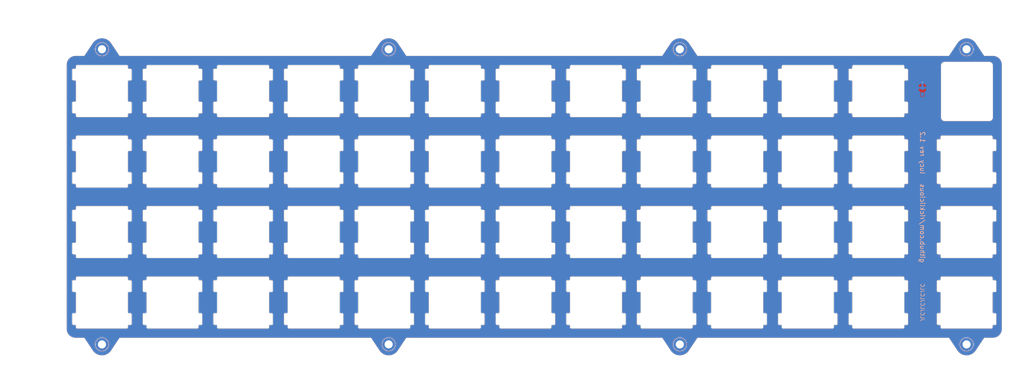
<source format=kicad_pcb>
(kicad_pcb (version 20211014) (generator pcbnew)
  (layers (0 "F.Cu" signal) (31 "B.Cu" signal) (34 "B.Paste" user) (35 "F.Paste" user) (36 "B.SilkS" user "B.Silkscreen") (37 "F.SilkS" user "F.Silkscreen") (38 "B.Mask" user) (39 "F.Mask" user) (44 "Edge.Cuts" user))
  (net 0 "")
  (net 1 "GND")
  (footprint "Keeb_footprints:MX100_slot_plated_2" (layer "F.Cu") (at 155.97253 50.00646))
  (footprint "Keeb_footprints:MX100_slot_plated_2" (layer "F.Cu") (at 175.02261 50.00646))
  (footprint "Keeb_footprints:MX100_slot_plated_2" (layer "F.Cu") (at 194.07269 50.00646))
  (footprint "Keeb_footprints:MX100_slot_plated_2" (layer "F.Cu") (at 213.12277 50.00646))
  (footprint "Keeb_footprints:MX100_slot_plated_2" (layer "F.Cu") (at 232.17285 50.00646))
  (footprint "Keeb_footprints:MX100_slot_plated_2" (layer "F.Cu") (at 327.42325 50.00646))
  (footprint "Keeb_footprints:MX100_slot_plated_2" (layer "F.Cu") (at 346.47333 50.00646))
  (footprint "Keeb_footprints:MX100_slot_plated_2" (layer "F.Cu") (at 155.97253 69.05654))
  (footprint "Keeb_footprints:MX100_slot_plated_2" (layer "F.Cu") (at 194.07269 69.05654))
  (footprint "Keeb_footprints:MX100_slot_plated_2" (layer "F.Cu") (at 232.17285 69.05654))
  (footprint "Keeb_footprints:MX100_slot_plated_2" (layer "F.Cu") (at 251.22293 69.05654))
  (footprint "Keeb_footprints:MX100_slot_plated_2" (layer "F.Cu") (at 270.27301 69.05654))
  (footprint "Keeb_footprints:MX100_slot_plated_2" (layer "F.Cu") (at 289.32309 69.05654))
  (footprint "Keeb_footprints:MX100_slot_plated_2" (layer "F.Cu") (at 308.37317 69.05654))
  (footprint "Keeb_footprints:MX100_slot_plated_2" (layer "F.Cu") (at 327.42325 69.05654))
  (footprint "Keeb_footprints:MX100_slot_plated_2" (layer "F.Cu") (at 346.47333 69.05654))
  (footprint "Keeb_footprints:MX100_slot_plated_2" (layer "F.Cu") (at 365.52341 69.05654))
  (footprint "Keeb_footprints:MX100_slot_plated_2" (layer "F.Cu") (at 155.97253 88.10662))
  (footprint "Keeb_footprints:MX100_slot_plated_2" (layer "F.Cu") (at 175.02261 88.10662))
  (footprint "Keeb_footprints:MX100_slot_plated_2" (layer "F.Cu") (at 194.07269 88.10662))
  (footprint "Keeb_footprints:MX100_slot_plated_2" (layer "F.Cu") (at 213.12277 88.10662))
  (footprint "Keeb_footprints:MX100_slot_plated_2" (layer "F.Cu") (at 232.17285 88.10662))
  (footprint "Keeb_footprints:MX100_slot_plated_2" (layer "F.Cu") (at 251.22293 88.10662))
  (footprint "Keeb_footprints:MX100_slot_plated_2" (layer "F.Cu") (at 270.27301 88.10662))
  (footprint "Keeb_footprints:MX100_slot_plated_2" (layer "F.Cu") (at 289.32309 88.10662))
  (footprint "Keeb_footprints:MX100_slot_plated_2" (layer "F.Cu") (at 308.37317 88.10662))
  (footprint "Keeb_footprints:MX100_slot_plated_2" (layer "F.Cu") (at 327.42325 88.10662))
  (footprint "Keeb_footprints:MX100_slot_plated_2" (layer "F.Cu") (at 346.47333 88.10662))
  (footprint "Keeb_footprints:MX100_slot_plated_2" (layer "F.Cu") (at 365.52341 88.10662))
  (footprint "Keeb_footprints:MX100_slot_plated_2" (layer "F.Cu") (at 175.02261 107.1567))
  (footprint "Keeb_footprints:MX100_slot_plated_2" (layer "F.Cu") (at 194.07269 107.1567))
  (footprint "Keeb_footprints:MX100_slot_plated_2" (layer "F.Cu") (at 213.12277 107.1567))
  (footprint "Keeb_footprints:MX100_slot_plated_2" (layer "F.Cu") (at 232.17285 107.1567))
  (footprint "Keeb_footprints:MX100_slot_plated_2" (layer "F.Cu") (at 251.22293 107.1567))
  (footprint "Keeb_footprints:MX100_slot_plated_2" (layer "F.Cu") (at 270.27301 107.1567))
  (footprint "Keeb_footprints:MX100_slot_plated_2" (layer "F.Cu") (at 289.32309 107.1567))
  (footprint "Keeb_footprints:MX100_slot_plated_2" (layer "F.Cu") (at 308.37317 107.1567))
  (footprint "Keeb_footprints:MX100_slot_plated_2" (layer "F.Cu") (at 327.42325 107.1567))
  (footprint "Keeb_footprints:MX100_slot_plated_2" (layer "F.Cu") (at 346.47333 107.16))
  (footprint "Keeb_footprints:MX100_slot_plated_2" (layer "F.Cu") (at 365.52341 107.1567))
  (footprint "Keeb_footprints:MX100_slot_plated_2" (layer "F.Cu") (at 155.97253 107.1567))
  (footprint "Keeb_footprints:MX100_slot_plated_2" (layer "F.Cu") (at 175.02261 69.05654))
  (footprint "random-keyboard-parts:Generic-Mounthole" (layer "F.Cu") (at 389.33589 38.695532))
  (footprint "random-keyboard-parts:Generic-Mounthole" (layer "F.Cu") (at 389.33589 118.46734))
  (footprint "random-keyboard-parts:Generic-Mounthole" (layer "F.Cu") (at 233.364146 38.695532))
  (footprint "random-keyboard-parts:Generic-Mounthole" (layer "F.Cu") (at 233.364146 118.454889))
  (footprint "random-keyboard-parts:Generic-Mounthole" (layer "F.Cu") (at 311.94533 38.695532))
  (footprint "random-keyboard-parts:Generic-Mounthole" (layer "F.Cu") (at 311.94533 118.46734))
  (footprint "random-keyboard-parts:Generic-Mounthole" (layer "F.Cu") (at 155.973586 118.46734))
  (footprint "Keeb_footprints:MX100_slot_plated_2" (layer "F.Cu") (at 389.33589 88.106428))
  (footprint "Keeb_footprints:MX100_slot_plated_2" (layer "F.Cu") (at 389.33589 69.056444))
  (footprint "Keeb_footprints:EC11_cutout_plated" (layer "F.Cu") (at 389.33601 50.00646 180))
  (footprint "Keeb_footprints:MX100_slot_plated_2" (layer "F.Cu") (at 365.52341 50.00646))
  (footprint "Keeb_footprints:MX100_slot_plated_2" (layer "F.Cu") (at 389.33601 107.1567))
  (footprint "random-keyboard-parts:Generic-Mounthole" (layer "F.Cu") (at 155.973586 38.695532))
  (footprint "Keeb_footprints:MX100_slot_plated_2" (layer "F.Cu") (at 213.12277 69.05654))
  (footprint "Keeb_footprints:MX100_slot_plated_2" (layer "F.Cu") (at 251.223314 50.00646))
  (footprint "Keeb_footprints:MX100_slot_plated_2" (layer "F.Cu") (at 270.27333 50.00646))
  (footprint "Keeb_footprints:MX100_slot_plated_2" (layer "F.Cu") (at 289.323346 50.00646))
  (footprint "Keeb_footprints:MX100_slot_plated_2" (layer "F.Cu") (at 308.373362 50.00646))
  (footprint "Resistor_SMD:R_0603_1608Metric_Pad1.05x0.95mm_HandSolder" (layer "B.Cu") (at 377.42967 50.00646 -90))
  (gr_arc (start 398.860894 114.300144) (mid 398.163439 115.983949) (end 396.479634 116.681404) (layer "Edge.Cuts") (width 0.05))
  (gr_arc (start 148.829842 116.680144) (mid 147.146932 115.983062) (end 146.449842 114.300156) (layer "Edge.Cuts") (width 0.05))
  (gr_line (start 396.479634 116.681516) (end 394.098434 116.681516) (layer "Edge.Cuts") (width 0.05))
  (gr_arc (start 396.479634 40.481456) (mid 398.163439 41.178911) (end 398.860894 42.862716) (layer "Edge.Cuts") (width 0.05))
  (gr_line (start 396.479634 40.481456) (end 394.098212 40.481433) (layer "Edge.Cuts") (width 0.05))
  (gr_line (start 384.573204 40.481433) (end 316.707522 40.481433) (layer "Edge.Cuts") (width 0.05))
  (gr_line (start 307.182514 40.481433) (end 238.126428 40.481452) (layer "Edge.Cuts") (width 0.05))
  (gr_line (start 151.21073 40.481452) (end 148.829842 40.481468) (layer "Edge.Cuts") (width 0.05))
  (gr_line (start 148.829842 116.680144) (end 151.211309 116.681421) (layer "Edge.Cuts") (width 0.05))
  (gr_line (start 160.736317 116.681421) (end 228.601642 116.681535) (layer "Edge.Cuts") (width 0.05))
  (gr_line (start 238.12665 116.681535) (end 307.183053 116.681421) (layer "Edge.Cuts") (width 0.05))
  (gr_line (start 316.708061 116.681421) (end 384.573648 116.681535) (layer "Edge.Cuts") (width 0.05))
  (gr_line (start 146.448582 42.862728) (end 146.449842 114.300156) (layer "Edge.Cuts") (width 0.05))
  (gr_line (start 228.60142 40.481452) (end 160.735738 40.481452) (layer "Edge.Cuts") (width 0.05))
  (gr_arc (start 146.448582 42.862728) (mid 147.146037 41.178923) (end 148.829842 40.481468) (layer "Edge.Cuts") (width 0.05))
  (gr_line (start 158.354786 120.25309) (end 160.736317 116.681421) (layer "Edge.Cuts") (width 0.05))
  (gr_line (start 153.592562 120.253298) (end 151.211309 116.681421) (layer "Edge.Cuts") (width 0.05))
  (gr_arc (start 158.354786 120.25309) (mid 155.973726 121.443743) (end 153.592562 120.253298) (layer "Edge.Cuts") (width 0.05))
  (gr_arc (start 230.982951 36.909783) (mid 233.364011 35.71913) (end 235.745175 36.909575) (layer "Edge.Cuts") (width 0.05))
  (gr_line (start 386.954901 120.253412) (end 384.573648 116.681535) (layer "Edge.Cuts") (width 0.05))
  (gr_line (start 158.354263 36.909556) (end 160.735516 40.481433) (layer "Edge.Cuts") (width 0.05))
  (gr_line (start 235.745175 36.909575) (end 238.126428 40.481452) (layer "Edge.Cuts") (width 0.05))
  (gr_line (start 391.717125 120.253204) (end 394.098434 116.681516) (layer "Edge.Cuts") (width 0.05))
  (gr_line (start 391.716959 36.909556) (end 394.098212 40.481433) (layer "Edge.Cuts") (width 0.05))
  (gr_arc (start 235.745119 120.253204) (mid 233.364059 121.443857) (end 230.982895 120.253412) (layer "Edge.Cuts") (width 0.05))
  (gr_arc (start 386.954735 36.909764) (mid 389.335795 35.719111) (end 391.716959 36.909556) (layer "Edge.Cuts") (width 0.05))
  (gr_arc (start 309.564045 36.909764) (mid 311.945105 35.719111) (end 314.326269 36.909556) (layer "Edge.Cuts") (width 0.05))
  (gr_line (start 230.982895 120.253412) (end 228.601642 116.681535) (layer "Edge.Cuts") (width 0.05))
  (gr_line (start 235.745119 120.253204) (end 238.12665 116.681535) (layer "Edge.Cuts") (width 0.05))
  (gr_line (start 314.32653 120.25309) (end 316.708061 116.681421) (layer "Edge.Cuts") (width 0.05))
  (gr_line (start 153.592039 36.909764) (end 151.210508 40.481433) (layer "Edge.Cuts") (width 0.05))
  (gr_line (start 230.982951 36.909783) (end 228.60142 40.481452) (layer "Edge.Cuts") (width 0.05))
  (gr_line (start 309.564306 120.253298) (end 307.183053 116.681421) (layer "Edge.Cuts") (width 0.05))
  (gr_arc (start 153.592039 36.909764) (mid 155.973099 35.719111) (end 158.354263 36.909556) (layer "Edge.Cuts") (width 0.05))
  (gr_line (start 386.954735 36.909764) (end 384.573204 40.481433) (layer "Edge.Cuts") (width 0.05))
  (gr_arc (start 391.717125 120.253204) (mid 389.336065 121.443857) (end 386.954901 120.253412) (layer "Edge.Cuts") (width 0.05))
  (gr_line (start 398.860894 114.300144) (end 398.860894 42.862716) (layer "Edge.Cuts") (width 0.05))
  (gr_line (start 314.326269 36.909556) (end 316.707522 40.481433) (layer "Edge.Cuts") (width 0.05))
  (gr_line (start 309.564045 36.909764) (end 307.182514 40.481433) (layer "Edge.Cuts") (width 0.05))
  (gr_arc (start 314.32653 120.25309) (mid 311.94547 121.443743) (end 309.564306 120.253298) (layer "Edge.Cuts") (width 0.05))
  (gr_text "lucy rev 1.2" (at 377.42965 66.675196 -90) (layer "B.SilkS") (effects (font (size 1.25 1.25) (thickness 0.2)) (justify mirror)))
  (gr_text "JLCJLCJLCJLC" (at 377.42967 107.156508 -90) (layer "B.SilkS") (effects (font (size 1 1)) (justify mirror)))
  (gr_text "github.com/ricklicious" (at 377.42965 85.72518 270) (layer "B.SilkS") (effects (font (size 1.25 1.25) (thickness 0.2)) (justify mirror)))
  (via (at 377.42341 47.60646) (size 0.5) (drill 0.25) (layers "F.Cu" "B.Cu") (net 1))
  (segment (start 377.42967 49.13146) (end 377.42967 47.61272) (width 0.25) (layer "B.Cu") (net 1))
  (segment (start 377.42967 47.61272) (end 377.42341 47.60646) (width 0.25) (layer "B.Cu") (net 1))
  (zone (net 1) (net_name "GND") (layer "F.Cu") (connect_pads (clearance 0)) (min_thickness 0.254) (fill yes (thermal_gap 0) (thermal_bridge_width 0.508))
    (polygon (pts (xy 404.83893 30.94396) (xy 404.83893 126.19388) (xy 142.90096 126.19388) (xy 142.90096 30.94396)))
  )
  (zone (net 1) (net_name "GND") (layer "B.Cu") (connect_pads (clearance 0)) (min_thickness 0.254) (fill yes (thermal_gap 0.508) (thermal_bridge_width 0.508))
    (polygon (pts (xy 404.83893 30.94396) (xy 404.83893 126.19388) (xy 142.90096 126.19388) (xy 142.90096 30.94396)))
  )
)
</source>
